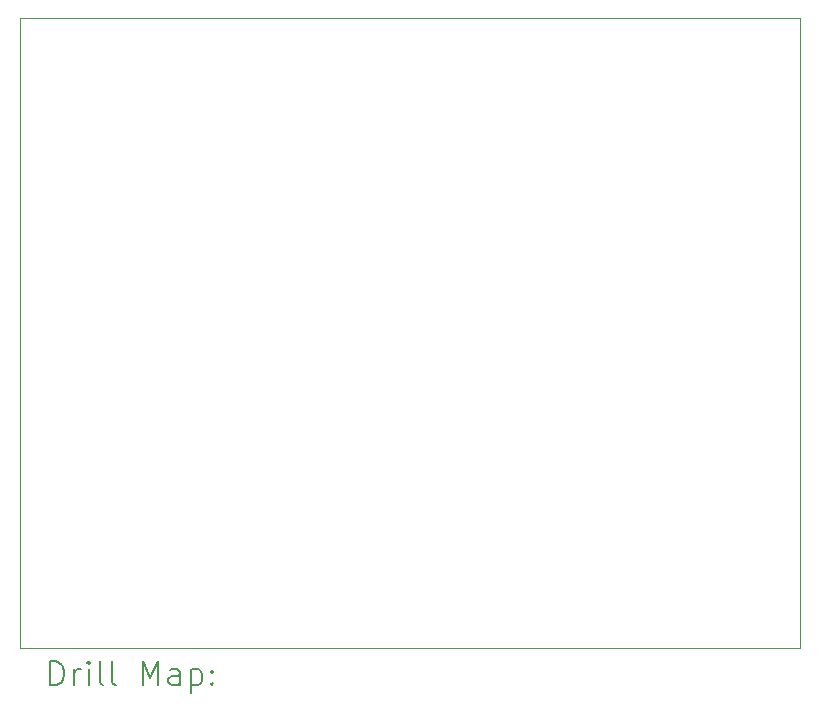
<source format=gbr>
%TF.GenerationSoftware,KiCad,Pcbnew,8.0.8*%
%TF.CreationDate,2025-01-19T23:46:45+01:00*%
%TF.ProjectId,ESP32ScoringDevice_PCB_THT_Rev1.2,45535033-3253-4636-9f72-696e67446576,1.1*%
%TF.SameCoordinates,Original*%
%TF.FileFunction,Drillmap*%
%TF.FilePolarity,Positive*%
%FSLAX45Y45*%
G04 Gerber Fmt 4.5, Leading zero omitted, Abs format (unit mm)*
G04 Created by KiCad (PCBNEW 8.0.8) date 2025-01-19 23:46:45*
%MOMM*%
%LPD*%
G01*
G04 APERTURE LIST*
%ADD10C,0.100000*%
%ADD11C,0.200000*%
G04 APERTURE END LIST*
D10*
X14478000Y-13208000D02*
X7874000Y-13208000D01*
X7874000Y-7874000D01*
X14478000Y-7874000D01*
X14478000Y-13208000D01*
D11*
X8129777Y-13524484D02*
X8129777Y-13324484D01*
X8129777Y-13324484D02*
X8177396Y-13324484D01*
X8177396Y-13324484D02*
X8205967Y-13334008D01*
X8205967Y-13334008D02*
X8225015Y-13353055D01*
X8225015Y-13353055D02*
X8234539Y-13372103D01*
X8234539Y-13372103D02*
X8244062Y-13410198D01*
X8244062Y-13410198D02*
X8244062Y-13438769D01*
X8244062Y-13438769D02*
X8234539Y-13476865D01*
X8234539Y-13476865D02*
X8225015Y-13495912D01*
X8225015Y-13495912D02*
X8205967Y-13514960D01*
X8205967Y-13514960D02*
X8177396Y-13524484D01*
X8177396Y-13524484D02*
X8129777Y-13524484D01*
X8329777Y-13524484D02*
X8329777Y-13391150D01*
X8329777Y-13429246D02*
X8339301Y-13410198D01*
X8339301Y-13410198D02*
X8348824Y-13400674D01*
X8348824Y-13400674D02*
X8367872Y-13391150D01*
X8367872Y-13391150D02*
X8386920Y-13391150D01*
X8453586Y-13524484D02*
X8453586Y-13391150D01*
X8453586Y-13324484D02*
X8444063Y-13334008D01*
X8444063Y-13334008D02*
X8453586Y-13343531D01*
X8453586Y-13343531D02*
X8463110Y-13334008D01*
X8463110Y-13334008D02*
X8453586Y-13324484D01*
X8453586Y-13324484D02*
X8453586Y-13343531D01*
X8577396Y-13524484D02*
X8558348Y-13514960D01*
X8558348Y-13514960D02*
X8548824Y-13495912D01*
X8548824Y-13495912D02*
X8548824Y-13324484D01*
X8682158Y-13524484D02*
X8663110Y-13514960D01*
X8663110Y-13514960D02*
X8653586Y-13495912D01*
X8653586Y-13495912D02*
X8653586Y-13324484D01*
X8910729Y-13524484D02*
X8910729Y-13324484D01*
X8910729Y-13324484D02*
X8977396Y-13467341D01*
X8977396Y-13467341D02*
X9044063Y-13324484D01*
X9044063Y-13324484D02*
X9044063Y-13524484D01*
X9225015Y-13524484D02*
X9225015Y-13419722D01*
X9225015Y-13419722D02*
X9215491Y-13400674D01*
X9215491Y-13400674D02*
X9196444Y-13391150D01*
X9196444Y-13391150D02*
X9158348Y-13391150D01*
X9158348Y-13391150D02*
X9139301Y-13400674D01*
X9225015Y-13514960D02*
X9205967Y-13524484D01*
X9205967Y-13524484D02*
X9158348Y-13524484D01*
X9158348Y-13524484D02*
X9139301Y-13514960D01*
X9139301Y-13514960D02*
X9129777Y-13495912D01*
X9129777Y-13495912D02*
X9129777Y-13476865D01*
X9129777Y-13476865D02*
X9139301Y-13457817D01*
X9139301Y-13457817D02*
X9158348Y-13448293D01*
X9158348Y-13448293D02*
X9205967Y-13448293D01*
X9205967Y-13448293D02*
X9225015Y-13438769D01*
X9320253Y-13391150D02*
X9320253Y-13591150D01*
X9320253Y-13400674D02*
X9339301Y-13391150D01*
X9339301Y-13391150D02*
X9377396Y-13391150D01*
X9377396Y-13391150D02*
X9396444Y-13400674D01*
X9396444Y-13400674D02*
X9405967Y-13410198D01*
X9405967Y-13410198D02*
X9415491Y-13429246D01*
X9415491Y-13429246D02*
X9415491Y-13486388D01*
X9415491Y-13486388D02*
X9405967Y-13505436D01*
X9405967Y-13505436D02*
X9396444Y-13514960D01*
X9396444Y-13514960D02*
X9377396Y-13524484D01*
X9377396Y-13524484D02*
X9339301Y-13524484D01*
X9339301Y-13524484D02*
X9320253Y-13514960D01*
X9501205Y-13505436D02*
X9510729Y-13514960D01*
X9510729Y-13514960D02*
X9501205Y-13524484D01*
X9501205Y-13524484D02*
X9491682Y-13514960D01*
X9491682Y-13514960D02*
X9501205Y-13505436D01*
X9501205Y-13505436D02*
X9501205Y-13524484D01*
X9501205Y-13400674D02*
X9510729Y-13410198D01*
X9510729Y-13410198D02*
X9501205Y-13419722D01*
X9501205Y-13419722D02*
X9491682Y-13410198D01*
X9491682Y-13410198D02*
X9501205Y-13400674D01*
X9501205Y-13400674D02*
X9501205Y-13419722D01*
M02*

</source>
